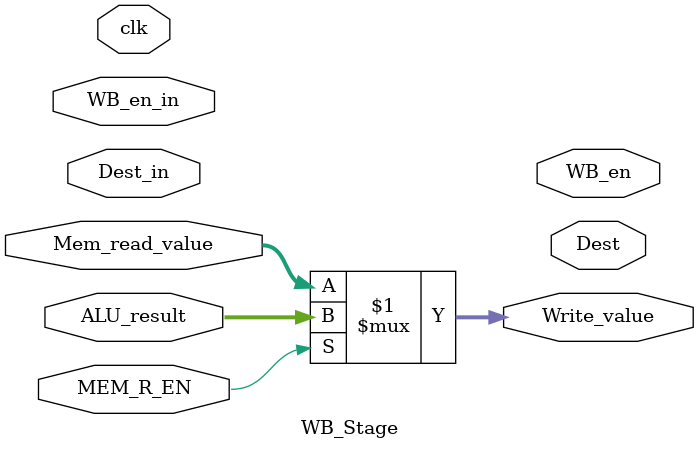
<source format=v>
module WB_Stage(
  input clk,
  input WB_en_in,
  input MEM_R_EN,
  input[31:0] ALU_result,
  input[31:0] Mem_read_value,
  input[4:0] Dest_in,
  output WB_en,
  output[31:0] Write_value,
  output[4:0] Dest
);

assign Write_value = MEM_R_EN? ALU_result : Mem_read_value ;

endmodule

</source>
